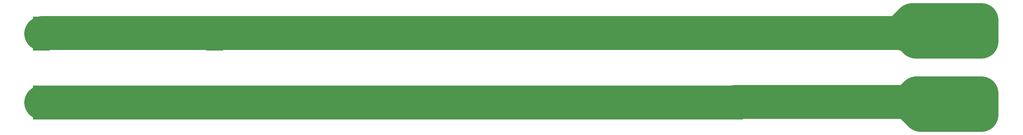
<source format=gtl>
G04 #@! TF.GenerationSoftware,KiCad,Pcbnew,7.0.2-0*
G04 #@! TF.CreationDate,2024-01-28T20:17:44-06:00*
G04 #@! TF.ProjectId,bus_bar,6275735f-6261-4722-9e6b-696361645f70,rev?*
G04 #@! TF.SameCoordinates,Original*
G04 #@! TF.FileFunction,Copper,L1,Top*
G04 #@! TF.FilePolarity,Positive*
%FSLAX46Y46*%
G04 Gerber Fmt 4.6, Leading zero omitted, Abs format (unit mm)*
G04 Created by KiCad (PCBNEW 7.0.2-0) date 2024-01-28 20:17:44*
%MOMM*%
%LPD*%
G01*
G04 APERTURE LIST*
G04 #@! TA.AperFunction,ComponentPad*
%ADD10C,2.600000*%
G04 #@! TD*
G04 #@! TA.AperFunction,SMDPad,CuDef*
%ADD11R,5.000000X10.000000*%
G04 #@! TD*
G04 #@! TA.AperFunction,Conductor*
%ADD12C,10.000000*%
G04 #@! TD*
G04 APERTURE END LIST*
D10*
X338985003Y-119169997D03*
X338985002Y-112820000D03*
X338985000Y-140759999D03*
X338985003Y-134409998D03*
X332635003Y-140759996D03*
X332635005Y-112819996D03*
X332635006Y-134409995D03*
X332635003Y-119170000D03*
D11*
X317395004Y-116839994D03*
X266595002Y-116629995D03*
X317394997Y-136949998D03*
X266595002Y-137160003D03*
X215795002Y-137159994D03*
X164995002Y-137159997D03*
X114195007Y-137159997D03*
X63395001Y-137160003D03*
X215795002Y-116630000D03*
X164995002Y-116630001D03*
X114195007Y-116839995D03*
X63395001Y-116840000D03*
D12*
X63395001Y-137160003D02*
X114195007Y-137159997D01*
X164995002Y-137159997D02*
X114195007Y-137159997D01*
X215795002Y-137159994D02*
X164995002Y-137159997D01*
X266595002Y-137160003D02*
X215795002Y-137159994D01*
X317394997Y-136949998D02*
X266804998Y-136949996D01*
X266804998Y-136949996D02*
X266595002Y-137160003D01*
X338985003Y-134409998D02*
X319935002Y-134409995D01*
X319935002Y-134409995D02*
X317394997Y-136949998D01*
X338985000Y-140759999D02*
X338985003Y-134409998D01*
X338985000Y-140759999D02*
X321205002Y-140759996D01*
X321205002Y-140759996D02*
X317394997Y-136949998D01*
X215795002Y-116630000D02*
X63604998Y-116629989D01*
X63604998Y-116629989D02*
X63395001Y-116840000D01*
X338985003Y-119169997D02*
X319725006Y-119169997D01*
X319725006Y-119169997D02*
X317395004Y-116839994D01*
X266595002Y-116629995D02*
X314855001Y-116629999D01*
X314855001Y-116629999D02*
X317185006Y-116629995D01*
X338985002Y-112820000D02*
X318665005Y-112820002D01*
X318665005Y-112820002D02*
X314855001Y-116629999D01*
X338985002Y-112820000D02*
X338985003Y-119169997D01*
X317395004Y-116839994D02*
X330095003Y-116840001D01*
X332635003Y-114300001D02*
X330095003Y-116840001D01*
X317185006Y-116629995D02*
X317395004Y-116839994D01*
X215795002Y-116630000D02*
X266595002Y-116629995D01*
M02*

</source>
